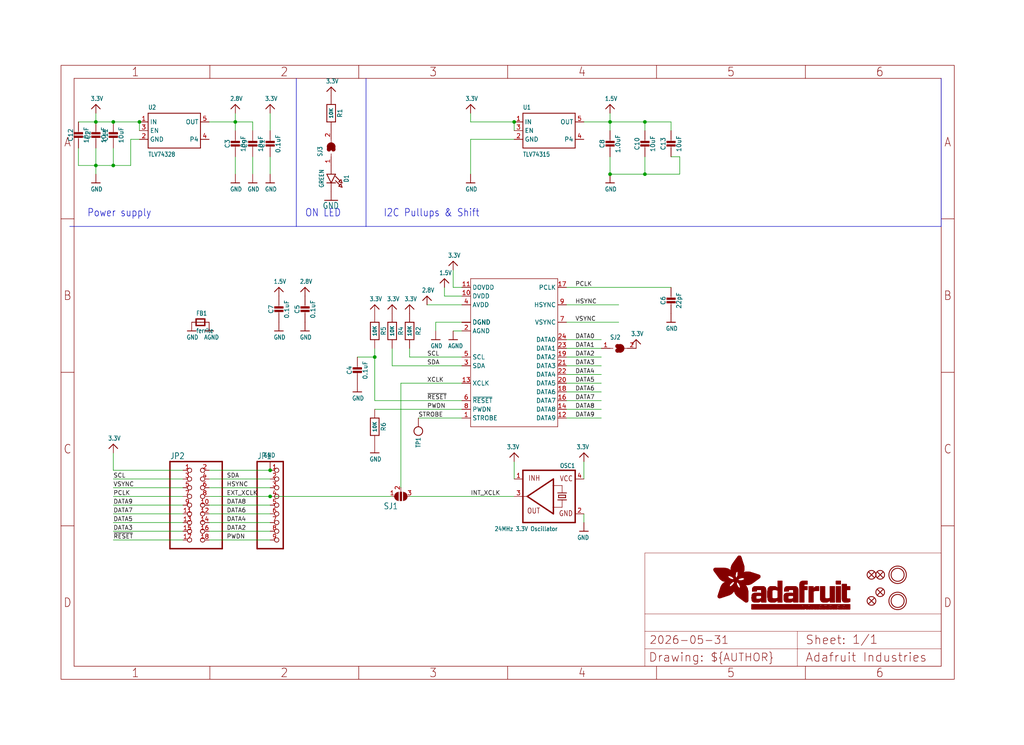
<source format=kicad_sch>
(kicad_sch (version 20230121) (generator eeschema)
  (paper "User" 298.45 217.322)
  (lib_symbols
    (symbol "working-eagle-import:1.5V" (power)
      (property "Value" "1.5V" (at -1.524 1.016 0))
      (symbol "1.5V_1_0"
        (pin power_in line (at 0 -2.54 90) (length 2.54) (name "1.5V") (number "1"))
      )
    )
    (symbol "working-eagle-import:2.8V" (power)
      (property "Value" "2.8V" (at -1.524 1.016 0))
      (symbol "2.8V_1_0"
        (pin power_in line (at 0 -2.54 90) (length 2.54) (name "2.8V") (number "1"))
      )
    )
    (symbol "working-eagle-import:3.3V" (power)
      (property "Value" "3.3V" (at -1.524 1.016 0))
      (symbol "3.3V_1_0"
        (pin power_in line (at 0 -2.54 90) (length 2.54) (name "3.3V") (number "1"))
      )
    )
    (symbol "working-eagle-import:AGND" (power)
      (property "Value" "AGND" (at -1.524 -2.54 0))
      (symbol "AGND_1_0"
        (pin power_in line (at 0 2.54 270) (length 2.54) (name "AGND") (number "1"))
      )
    )
    (symbol "working-eagle-import:CAMERA_OV2640"
      (symbol "CAMERA_OV2640_1_0"
        (pin input line (at -15.24 -17.78 0) (length 2.54) (name "STROBE") (number "1"))
        (pin power_in line (at -15.24 17.78 0) (length 2.54) (name "DVDD") (number "10"))
        (pin power_in line (at -15.24 20.32 0) (length 2.54) (name "DOVDD") (number "11"))
        (pin output line (at 15.24 -17.78 180) (length 2.54) (name "DATA9") (number "12"))
        (pin input line (at -15.24 -7.62 0) (length 2.54) (name "XCLK") (number "13"))
        (pin output line (at 15.24 -15.24 180) (length 2.54) (name "DATA8") (number "14"))
        (pin power_in line (at -15.24 10.16 0) (length 2.54) (name "DGND") (number "15"))
        (pin output line (at 15.24 -12.7 180) (length 2.54) (name "DATA7") (number "16"))
        (pin output line (at 15.24 20.32 180) (length 2.54) (name "PCLK") (number "17"))
        (pin output line (at 15.24 -10.16 180) (length 2.54) (name "DATA6") (number "18"))
        (pin output line (at 15.24 0 180) (length 2.54) (name "DATA2") (number "19"))
        (pin power_in line (at -15.24 7.62 0) (length 2.54) (name "AGND") (number "2"))
        (pin output line (at 15.24 -7.62 180) (length 2.54) (name "DATA5") (number "20"))
        (pin output line (at 15.24 -2.54 180) (length 2.54) (name "DATA3") (number "21"))
        (pin output line (at 15.24 -5.08 180) (length 2.54) (name "DATA4") (number "22"))
        (pin output line (at 15.24 2.54 180) (length 2.54) (name "DATA1") (number "23"))
        (pin output line (at 15.24 5.08 180) (length 2.54) (name "DATA0") (number "24"))
        (pin bidirectional line (at -15.24 -2.54 0) (length 2.54) (name "SDA") (number "3"))
        (pin power_in line (at -15.24 15.24 0) (length 2.54) (name "AVDD") (number "4"))
        (pin bidirectional line (at -15.24 0 0) (length 2.54) (name "SCL") (number "5"))
        (pin input line (at -15.24 -12.7 0) (length 2.54) (name "~{RESET}") (number "6"))
        (pin output line (at 15.24 10.16 180) (length 2.54) (name "VSYNC") (number "7"))
        (pin input line (at -15.24 -15.24 0) (length 2.54) (name "PWDN") (number "8"))
        (pin output line (at 15.24 15.24 180) (length 2.54) (name "HSYNC") (number "9"))
        (pin power_in line (at -15.24 10.16 0) (length 2.54) (name "DGND") (number "SPRT1"))
        (pin power_in line (at -15.24 10.16 0) (length 2.54) (name "DGND") (number "SPRT2"))
      )
    )
    (symbol "working-eagle-import:CAP_CERAMIC0603_NO"
      (property "Reference" "C" (at -2.29 1.25 90))
      (symbol "CAP_CERAMIC0603_NO_1_0"
        (pin passive line (at 0 5.08 270) (length 2.54) (name "1") (number "1"))
        (pin passive line (at 0 -2.54 90) (length 2.54) (name "2") (number "2"))
      )
    )
    (symbol "working-eagle-import:CAP_CERAMIC0805-NOOUTLINE"
      (property "Reference" "C" (at -2.29 1.25 90))
      (symbol "CAP_CERAMIC0805-NOOUTLINE_1_0"
        (pin passive line (at 0 5.08 270) (length 2.54) (name "1") (number "1"))
        (pin passive line (at 0 -2.54 90) (length 2.54) (name "2") (number "2"))
      )
    )
    (symbol "working-eagle-import:FERRITE-0603NO"
      (property "Reference" "FB" (at -1.27 1.905 0))
      (symbol "FERRITE-0603NO_1_0"
        (pin passive line (at -2.54 0 0) (length 2.54) (name "P$1") (number "1"))
        (pin passive line (at 2.54 0 180) (length 2.54) (name "P$2") (number "2"))
      )
    )
    (symbol "working-eagle-import:FIDUCIAL_1MM")
    (symbol "working-eagle-import:FRAME_A4_ADAFRUIT"
      (symbol "FRAME_A4_ADAFRUIT_1_0"
        (text "${#}/${##}" (at 230.505 10.16 0) (effects (font (size 2.54 2.54)) (justify left bottom)))
        (text "${AUTHOR}" (at 189.23 5.08 0) (effects (font (size 2.286 2.286)) (justify left bottom)))
        (text "${CURRENT_DATE}" (at 171.45 10.16 0) (effects (font (size 2.286 2.286)) (justify left bottom)))
        (text "${PROJECTNAME}" (at 171.45 15.24 0) (effects (font (size 2.54 2.54)) (justify left bottom)))
        (text "1" (at 21.6958 1.905 0) (effects (font (size 2.54 2.286))))
        (text "1" (at 21.6958 177.165 0) (effects (font (size 2.54 2.286))))
        (text "2" (at 65.0875 1.905 0) (effects (font (size 2.54 2.286))))
        (text "2" (at 65.0875 177.165 0) (effects (font (size 2.54 2.286))))
        (text "3" (at 108.4792 1.905 0) (effects (font (size 2.54 2.286))))
        (text "3" (at 108.4792 177.165 0) (effects (font (size 2.54 2.286))))
        (text "4" (at 151.8708 1.905 0) (effects (font (size 2.54 2.286))))
        (text "4" (at 151.8708 177.165 0) (effects (font (size 2.54 2.286))))
        (text "5" (at 195.2625 1.905 0) (effects (font (size 2.54 2.286))))
        (text "5" (at 195.2625 177.165 0) (effects (font (size 2.54 2.286))))
        (text "6" (at 238.6542 1.905 0) (effects (font (size 2.54 2.286))))
        (text "6" (at 238.6542 177.165 0) (effects (font (size 2.54 2.286))))
        (text "A" (at 1.905 156.6863 0) (effects (font (size 2.54 2.286))))
        (text "A" (at 258.445 156.6863 0) (effects (font (size 2.54 2.286))))
        (text "Adafruit Industries" (at 216.916 4.953 0) (effects (font (size 2.54 2.54)) (justify left bottom)))
        (text "B" (at 1.905 111.9188 0) (effects (font (size 2.54 2.286))))
        (text "B" (at 258.445 111.9188 0) (effects (font (size 2.54 2.286))))
        (text "C" (at 1.905 67.1513 0) (effects (font (size 2.54 2.286))))
        (text "C" (at 258.445 67.1513 0) (effects (font (size 2.54 2.286))))
        (text "D" (at 1.905 22.3838 0) (effects (font (size 2.54 2.286))))
        (text "D" (at 258.445 22.3838 0) (effects (font (size 2.54 2.286))))
        (text "Drawing:" (at 171.196 4.953 0) (effects (font (size 2.54 2.54)) (justify left bottom)))
        (text "Sheet:" (at 216.916 10.033 0) (effects (font (size 2.54 2.54)) (justify left bottom)))
      )
    )
    (symbol "working-eagle-import:GND" (power)
      (property "Value" "GND" (at -1.524 -2.54 0))
      (symbol "GND_1_0"
        (pin power_in line (at 0 2.54 270) (length 2.54) (name "GND") (number "1"))
      )
    )
    (symbol "working-eagle-import:HEADER-1X970MIL"
      (property "Reference" "JP" (at -6.35 13.335 0))
      (symbol "HEADER-1X970MIL_1_0"
        (pin passive inverted (at -2.54 10.16 0) (length 2.54) (name "1") (number "1"))
        (pin passive inverted (at -2.54 7.62 0) (length 2.54) (name "2") (number "2"))
        (pin passive inverted (at -2.54 5.08 0) (length 2.54) (name "3") (number "3"))
        (pin passive inverted (at -2.54 2.54 0) (length 2.54) (name "4") (number "4"))
        (pin passive inverted (at -2.54 0 0) (length 2.54) (name "5") (number "5"))
        (pin passive inverted (at -2.54 -2.54 0) (length 2.54) (name "6") (number "6"))
        (pin passive inverted (at -2.54 -5.08 0) (length 2.54) (name "7") (number "7"))
        (pin passive inverted (at -2.54 -7.62 0) (length 2.54) (name "8") (number "8"))
        (pin passive inverted (at -2.54 -10.16 0) (length 2.54) (name "9") (number "9"))
      )
    )
    (symbol "working-eagle-import:LED0603_NOOUTLINE"
      (property "Reference" "D" (at -1.27 4.445 0))
      (symbol "LED0603_NOOUTLINE_1_0"
        (pin passive line (at -5.08 0 0) (length 2.54) (name "A") (number "A"))
        (pin passive line (at 2.54 0 180) (length 2.54) (name "C") (number "C"))
      )
    )
    (symbol "working-eagle-import:MOUNTINGHOLE3.0THIN")
    (symbol "working-eagle-import:OSCILLATOR3.2X2.5"
      (property "Reference" "OSC" (at -7.62 8.255 0))
      (symbol "OSCILLATOR3.2X2.5_1_0"
        (text "GND" (at -6.985 -5.842 0) (effects (font (size 1.524 1.2954)) (justify left bottom)))
        (text "INH" (at 2.54 4.445 0) (effects (font (size 1.524 1.2954)) (justify left bottom)))
        (text "OUT" (at 2.54 -5.08 0) (effects (font (size 1.524 1.2954)) (justify left bottom)))
        (text "VCC" (at -6.985 4.318 0) (effects (font (size 1.524 1.2954)) (justify left bottom)))
        (pin bidirectional line (at 10.16 5.08 180) (length 2.54) (name "INH") (number "1"))
        (pin power_in line (at -10.16 -5.08 0) (length 2.54) (name "GND") (number "2"))
        (pin output line (at 10.16 0 180) (length 2.54) (name "OUT") (number "3"))
        (pin power_in line (at -10.16 5.08 0) (length 2.54) (name "VCC") (number "4"))
      )
    )
    (symbol "working-eagle-import:PINHD-2X9-BIG"
      (property "Reference" "JP" (at -6.35 13.335 0))
      (symbol "PINHD-2X9-BIG_1_0"
        (pin passive inverted (at -2.54 10.16 0) (length 2.54) (name "1") (number "1"))
        (pin passive inverted (at 5.08 0 180) (length 2.54) (name "10") (number "10"))
        (pin passive inverted (at -2.54 -2.54 0) (length 2.54) (name "11") (number "11"))
        (pin passive inverted (at 5.08 -2.54 180) (length 2.54) (name "12") (number "12"))
        (pin passive inverted (at -2.54 -5.08 0) (length 2.54) (name "13") (number "13"))
        (pin passive inverted (at 5.08 -5.08 180) (length 2.54) (name "14") (number "14"))
        (pin passive inverted (at -2.54 -7.62 0) (length 2.54) (name "15") (number "15"))
        (pin passive inverted (at 5.08 -7.62 180) (length 2.54) (name "16") (number "16"))
        (pin passive inverted (at -2.54 -10.16 0) (length 2.54) (name "17") (number "17"))
        (pin passive inverted (at 5.08 -10.16 180) (length 2.54) (name "18") (number "18"))
        (pin passive inverted (at 5.08 10.16 180) (length 2.54) (name "2") (number "2"))
        (pin passive inverted (at -2.54 7.62 0) (length 2.54) (name "3") (number "3"))
        (pin passive inverted (at 5.08 7.62 180) (length 2.54) (name "4") (number "4"))
        (pin passive inverted (at -2.54 5.08 0) (length 2.54) (name "5") (number "5"))
        (pin passive inverted (at 5.08 5.08 180) (length 2.54) (name "6") (number "6"))
        (pin passive inverted (at -2.54 2.54 0) (length 2.54) (name "7") (number "7"))
        (pin passive inverted (at 5.08 2.54 180) (length 2.54) (name "8") (number "8"))
        (pin passive inverted (at -2.54 0 0) (length 2.54) (name "9") (number "9"))
      )
    )
    (symbol "working-eagle-import:RESISTOR_0603_NOOUT"
      (property "Reference" "R" (at 0 2.54 0))
      (symbol "RESISTOR_0603_NOOUT_1_0"
        (pin passive line (at -5.08 0 0) (length 2.54) (name "1") (number "1"))
        (pin passive line (at 5.08 0 180) (length 2.54) (name "2") (number "2"))
      )
    )
    (symbol "working-eagle-import:SOLDERJUMPER"
      (property "Reference" "SJ" (at -2.54 2.54 0))
      (symbol "SOLDERJUMPER_1_0"
        (pin passive line (at -5.08 0 0) (length 2.54) (name "1") (number "1"))
        (pin passive line (at 5.08 0 180) (length 2.54) (name "2") (number "2"))
      )
    )
    (symbol "working-eagle-import:SOLDERJUMPERCLOSED"
      (property "Reference" "SJ" (at -2.54 2.54 0))
      (symbol "SOLDERJUMPERCLOSED_1_0"
        (pin passive line (at -5.08 0 0) (length 2.54) (name "1") (number "1"))
        (pin passive line (at 5.08 0 180) (length 2.54) (name "2") (number "2"))
      )
    )
    (symbol "working-eagle-import:SOLDERJUMPER_2WAY"
      (property "Reference" "SJ" (at -5.08 -3.81 0))
      (symbol "SOLDERJUMPER_2WAY_1_0"
        (pin passive line (at -2.54 0 0) (length 0) (name "1") (number "1"))
        (pin passive line (at 0 2.54 270) (length 0) (name "2") (number "2"))
        (pin passive line (at 2.54 0 180) (length 0) (name "3") (number "3"))
      )
    )
    (symbol "working-eagle-import:TESTPOINTROUND1.5MM"
      (property "Reference" "TP" (at 0 5.588 90))
      (symbol "TESTPOINTROUND1.5MM_1_0"
        (pin bidirectional line (at 0 0 90) (length 2.54) (name "P$1") (number "P$1"))
      )
    )
    (symbol "working-eagle-import:VREG_SOT23-5"
      (property "Reference" "U" (at -7.62 6.096 0))
      (symbol "VREG_SOT23-5_1_0"
        (pin power_in line (at -10.16 2.54 0) (length 2.54) (name "IN") (number "1"))
        (pin power_in line (at -10.16 -2.54 0) (length 2.54) (name "GND") (number "2"))
        (pin input line (at -10.16 0 0) (length 2.54) (name "EN") (number "3"))
        (pin bidirectional line (at 10.16 -2.54 180) (length 2.54) (name "P4") (number "4"))
        (pin power_in line (at 10.16 2.54 180) (length 2.54) (name "OUT") (number "5"))
      )
    )
    (symbol "working-eagle-import:adafruit_power_3.3V" (power)
      (property "Value" "adafruit_power_3.3V" (at -1.524 1.016 0))
      (symbol "adafruit_power_3.3V_1_0"
        (pin power_in line (at 0 -2.54 90) (length 2.54) (name "3.3V") (number "1"))
      )
    )
    (symbol "working-eagle-import:supply1_GND" (power)
      (property "Value" "supply1_GND" (at -2.54 -2.54 0))
      (symbol "supply1_GND_1_0"
        (pin power_in line (at 0 2.54 270) (length 2.54) (name "GND") (number "1"))
      )
    )
  )
  (junction (at 177.8 35.56))
  (junction (at 109.22 104.14))
  (junction (at 68.58 35.56))
  (junction (at 27.94 48.26))
  (junction (at 177.8 50.8))
  (junction (at 40.64 35.56))
  (junction (at 78.74 144.78))
  (junction (at 33.02 48.26))
  (junction (at 27.94 35.56))
  (junction (at 149.86 35.56))
  (junction (at 187.96 50.8))
  (junction (at 187.96 35.56))
  (junction (at 33.02 35.56))
  (junction (at 78.74 137.16))
  (wire (pts (xy 78.74 45.72) (xy 78.74 50.8)) (stroke (width 0.1524)))
  (wire (pts (xy 68.58 45.72) (xy 68.58 50.8)) (stroke (width 0.1524)))
  (polyline (pts (xy 106.68 66.04) (xy 274.32 66.04)) (stroke (width 0.1524) (type solid)))
  (wire (pts (xy 177.8 45.72) (xy 177.8 50.8)) (stroke (width 0.1524)))
  (wire (pts (xy 170.18 149.86) (xy 170.18 152.4)) (stroke (width 0.1524)))
  (wire (pts (xy 134.62 104.14) (xy 119.38 104.14)) (stroke (width 0.1524)))
  (wire (pts (xy 60.96 157.48) (xy 78.74 157.48)) (stroke (width 0.1524)))
  (polyline (pts (xy 106.68 22.86) (xy 106.68 66.04)) (stroke (width 0.1524) (type solid)))
  (wire (pts (xy 73.66 50.8) (xy 73.66 45.72)) (stroke (width 0.1524)))
  (wire (pts (xy 187.96 50.8) (xy 198.12 50.8)) (stroke (width 0.1524)))
  (wire (pts (xy 137.16 40.64) (xy 137.16 50.8)) (stroke (width 0.1524)))
  (wire (pts (xy 78.74 144.78) (xy 114.3 144.78)) (stroke (width 0.1524)))
  (wire (pts (xy 134.62 119.38) (xy 109.22 119.38)) (stroke (width 0.1524)))
  (wire (pts (xy 33.02 157.48) (xy 53.34 157.48)) (stroke (width 0.1524)))
  (wire (pts (xy 177.8 50.8) (xy 187.96 50.8)) (stroke (width 0.1524)))
  (wire (pts (xy 53.34 142.24) (xy 33.02 142.24)) (stroke (width 0.1524)))
  (wire (pts (xy 109.22 116.84) (xy 109.22 104.14)) (stroke (width 0.1524)))
  (wire (pts (xy 134.62 83.82) (xy 132.08 83.82)) (stroke (width 0.1524)))
  (wire (pts (xy 132.08 96.52) (xy 134.62 96.52)) (stroke (width 0.1524)))
  (wire (pts (xy 187.96 35.56) (xy 177.8 35.56)) (stroke (width 0.1524)))
  (wire (pts (xy 175.26 119.38) (xy 165.1 119.38)) (stroke (width 0.1524)))
  (polyline (pts (xy 274.32 22.86) (xy 274.32 66.04)) (stroke (width 0.1524) (type solid)))
  (polyline (pts (xy 86.36 66.04) (xy 106.68 66.04)) (stroke (width 0.1524) (type solid)))
  (wire (pts (xy 60.96 147.32) (xy 78.74 147.32)) (stroke (width 0.1524)))
  (wire (pts (xy 198.12 45.72) (xy 195.58 45.72)) (stroke (width 0.1524)))
  (wire (pts (xy 40.64 40.64) (xy 38.1 40.64)) (stroke (width 0.1524)))
  (wire (pts (xy 68.58 35.56) (xy 68.58 33.02)) (stroke (width 0.1524)))
  (wire (pts (xy 33.02 48.26) (xy 27.94 48.26)) (stroke (width 0.1524)))
  (polyline (pts (xy 86.36 22.86) (xy 86.36 66.04)) (stroke (width 0.1524) (type solid)))
  (wire (pts (xy 60.96 154.94) (xy 78.74 154.94)) (stroke (width 0.1524)))
  (wire (pts (xy 175.26 111.76) (xy 165.1 111.76)) (stroke (width 0.1524)))
  (wire (pts (xy 170.18 139.7) (xy 170.18 134.62)) (stroke (width 0.1524)))
  (wire (pts (xy 104.14 104.14) (xy 109.22 104.14)) (stroke (width 0.1524)))
  (wire (pts (xy 53.34 144.78) (xy 33.02 144.78)) (stroke (width 0.1524)))
  (wire (pts (xy 53.34 149.86) (xy 33.02 149.86)) (stroke (width 0.1524)))
  (wire (pts (xy 27.94 48.26) (xy 27.94 50.8)) (stroke (width 0.1524)))
  (wire (pts (xy 60.96 149.86) (xy 78.74 149.86)) (stroke (width 0.1524)))
  (polyline (pts (xy 20.32 66.04) (xy 86.36 66.04)) (stroke (width 0.1524) (type solid)))
  (wire (pts (xy 177.8 35.56) (xy 177.8 38.1)) (stroke (width 0.1524)))
  (wire (pts (xy 129.54 86.36) (xy 129.54 83.82)) (stroke (width 0.1524)))
  (wire (pts (xy 33.02 137.16) (xy 33.02 132.08)) (stroke (width 0.1524)))
  (wire (pts (xy 53.34 137.16) (xy 33.02 137.16)) (stroke (width 0.1524)))
  (wire (pts (xy 60.96 142.24) (xy 78.74 142.24)) (stroke (width 0.1524)))
  (wire (pts (xy 119.38 104.14) (xy 119.38 101.6)) (stroke (width 0.1524)))
  (wire (pts (xy 27.94 48.26) (xy 27.94 43.18)) (stroke (width 0.1524)))
  (wire (pts (xy 68.58 35.56) (xy 68.58 38.1)) (stroke (width 0.1524)))
  (wire (pts (xy 165.1 93.98) (xy 180.34 93.98)) (stroke (width 0.1524)))
  (wire (pts (xy 109.22 104.14) (xy 109.22 101.6)) (stroke (width 0.1524)))
  (wire (pts (xy 132.08 83.82) (xy 132.08 78.74)) (stroke (width 0.1524)))
  (wire (pts (xy 78.74 33.02) (xy 78.74 38.1)) (stroke (width 0.1524)))
  (wire (pts (xy 149.86 134.62) (xy 149.86 139.7)) (stroke (width 0.1524)))
  (wire (pts (xy 165.1 104.14) (xy 175.26 104.14)) (stroke (width 0.1524)))
  (wire (pts (xy 27.94 48.26) (xy 22.86 48.26)) (stroke (width 0.1524)))
  (wire (pts (xy 175.26 114.3) (xy 165.1 114.3)) (stroke (width 0.1524)))
  (wire (pts (xy 33.02 147.32) (xy 53.34 147.32)) (stroke (width 0.1524)))
  (wire (pts (xy 175.26 101.6) (xy 165.1 101.6)) (stroke (width 0.1524)))
  (wire (pts (xy 33.02 35.56) (xy 27.94 35.56)) (stroke (width 0.1524)))
  (wire (pts (xy 33.02 152.4) (xy 53.34 152.4)) (stroke (width 0.1524)))
  (wire (pts (xy 134.62 111.76) (xy 116.84 111.76)) (stroke (width 0.1524)))
  (wire (pts (xy 78.74 152.4) (xy 60.96 152.4)) (stroke (width 0.1524)))
  (wire (pts (xy 149.86 35.56) (xy 137.16 35.56)) (stroke (width 0.1524)))
  (wire (pts (xy 195.58 38.1) (xy 195.58 35.56)) (stroke (width 0.1524)))
  (wire (pts (xy 134.62 116.84) (xy 109.22 116.84)) (stroke (width 0.1524)))
  (wire (pts (xy 60.96 35.56) (xy 68.58 35.56)) (stroke (width 0.1524)))
  (wire (pts (xy 165.1 109.22) (xy 175.26 109.22)) (stroke (width 0.1524)))
  (wire (pts (xy 134.62 106.68) (xy 114.3 106.68)) (stroke (width 0.1524)))
  (wire (pts (xy 165.1 99.06) (xy 175.26 99.06)) (stroke (width 0.1524)))
  (wire (pts (xy 114.3 106.68) (xy 114.3 101.6)) (stroke (width 0.1524)))
  (wire (pts (xy 165.1 88.9) (xy 180.34 88.9)) (stroke (width 0.1524)))
  (wire (pts (xy 175.26 116.84) (xy 165.1 116.84)) (stroke (width 0.1524)))
  (wire (pts (xy 27.94 33.02) (xy 27.94 35.56)) (stroke (width 0.1524)))
  (wire (pts (xy 60.96 137.16) (xy 78.74 137.16)) (stroke (width 0.1524)))
  (wire (pts (xy 187.96 50.8) (xy 187.96 45.72)) (stroke (width 0.1524)))
  (wire (pts (xy 198.12 50.8) (xy 198.12 45.72)) (stroke (width 0.1524)))
  (wire (pts (xy 38.1 40.64) (xy 38.1 48.26)) (stroke (width 0.1524)))
  (wire (pts (xy 187.96 38.1) (xy 187.96 35.56)) (stroke (width 0.1524)))
  (wire (pts (xy 40.64 35.56) (xy 33.02 35.56)) (stroke (width 0.1524)))
  (wire (pts (xy 60.96 139.7) (xy 78.74 139.7)) (stroke (width 0.1524)))
  (wire (pts (xy 175.26 121.92) (xy 165.1 121.92)) (stroke (width 0.1524)))
  (wire (pts (xy 177.8 35.56) (xy 177.8 33.02)) (stroke (width 0.1524)))
  (wire (pts (xy 127 93.98) (xy 127 96.52)) (stroke (width 0.1524)))
  (wire (pts (xy 134.62 86.36) (xy 129.54 86.36)) (stroke (width 0.1524)))
  (wire (pts (xy 73.66 35.56) (xy 68.58 35.56)) (stroke (width 0.1524)))
  (wire (pts (xy 53.34 139.7) (xy 33.02 139.7)) (stroke (width 0.1524)))
  (wire (pts (xy 137.16 33.02) (xy 137.16 35.56)) (stroke (width 0.1524)))
  (wire (pts (xy 134.62 88.9) (xy 124.46 88.9)) (stroke (width 0.1524)))
  (wire (pts (xy 33.02 43.18) (xy 33.02 48.26)) (stroke (width 0.1524)))
  (wire (pts (xy 38.1 48.26) (xy 33.02 48.26)) (stroke (width 0.1524)))
  (wire (pts (xy 73.66 38.1) (xy 73.66 35.56)) (stroke (width 0.1524)))
  (wire (pts (xy 149.86 38.1) (xy 149.86 35.56)) (stroke (width 0.1524)))
  (wire (pts (xy 170.18 35.56) (xy 177.8 35.56)) (stroke (width 0.1524)))
  (wire (pts (xy 175.26 106.68) (xy 165.1 106.68)) (stroke (width 0.1524)))
  (wire (pts (xy 149.86 40.64) (xy 137.16 40.64)) (stroke (width 0.1524)))
  (wire (pts (xy 53.34 154.94) (xy 33.02 154.94)) (stroke (width 0.1524)))
  (wire (pts (xy 134.62 121.92) (xy 121.92 121.92)) (stroke (width 0.1524)))
  (wire (pts (xy 195.58 35.56) (xy 187.96 35.56)) (stroke (width 0.1524)))
  (wire (pts (xy 40.64 38.1) (xy 40.64 35.56)) (stroke (width 0.1524)))
  (wire (pts (xy 116.84 111.76) (xy 116.84 142.24)) (stroke (width 0.1524)))
  (wire (pts (xy 149.86 144.78) (xy 119.38 144.78)) (stroke (width 0.1524)))
  (wire (pts (xy 60.96 144.78) (xy 78.74 144.78)) (stroke (width 0.1524)))
  (wire (pts (xy 134.62 93.98) (xy 127 93.98)) (stroke (width 0.1524)))
  (wire (pts (xy 27.94 35.56) (xy 22.86 35.56)) (stroke (width 0.1524)))
  (wire (pts (xy 165.1 83.82) (xy 195.58 83.82)) (stroke (width 0.1524)))
  (wire (pts (xy 22.86 48.26) (xy 22.86 43.18)) (stroke (width 0.1524)))
  (text "ON LED" (at 88.9 63.5 0) (effects (font (size 2.1844 1.8567)) (justify left bottom)))
  (text "Power supply" (at 25.4 63.5 0) (effects (font (size 2.1844 1.8567)) (justify left bottom)))
  (text "I2C Pullups & Shift" (at 111.76 63.5 0) (effects (font (size 2.1844 1.8567)) (justify left bottom)))
  (label "HSYNC" (at 66.04 142.24 0) (effects (font (size 1.2446 1.2446))))
  (label "HSYNC" (at 167.64 88.9 0) (effects (font (size 1.2446 1.2446))))
  (label "DATA4" (at 66.04 152.4 0) (effects (font (size 1.2446 1.2446))))
  (label "INT_XCLK" (at 137.16 144.78 0) (effects (font (size 1.2446 1.2446))))
  (label "DATA5" (at 33.02 152.4 0) (effects (font (size 1.2446 1.2446))))
  (label "DATA9" (at 33.02 147.32 0) (effects (font (size 1.2446 1.2446))))
  (label "DATA3" (at 167.64 106.68 0) (effects (font (size 1.2446 1.2446))))
  (label "DATA6" (at 167.64 114.3 0) (effects (font (size 1.2446 1.2446))))
  (label "DATA8" (at 66.04 147.32 0) (effects (font (size 1.2446 1.2446))))
  (label "DATA0" (at 167.64 99.06 0) (effects (font (size 1.2446 1.2446))))
  (label "~{RESET}" (at 33.02 157.48 0) (effects (font (size 1.2446 1.2446))))
  (label "DATA4" (at 167.64 109.22 0) (effects (font (size 1.2446 1.2446))))
  (label "SDA" (at 66.04 139.7 0) (effects (font (size 1.2446 1.2446))))
  (label "VSYNC" (at 33.02 142.24 0) (effects (font (size 1.2446 1.2446))))
  (label "DATA3" (at 33.02 154.94 0) (effects (font (size 1.2446 1.2446))))
  (label "PCLK" (at 33.02 144.78 0) (effects (font (size 1.2446 1.2446))))
  (label "STROBE" (at 121.92 121.92 0) (effects (font (size 1.2446 1.2446))))
  (label "SCL" (at 33.02 139.7 0) (effects (font (size 1.2446 1.2446))))
  (label "DATA5" (at 167.64 111.76 0) (effects (font (size 1.2446 1.2446))))
  (label "SCL" (at 124.46 104.14 0) (effects (font (size 1.2446 1.2446))))
  (label "DATA9" (at 167.64 121.92 0) (effects (font (size 1.2446 1.2446))))
  (label "PWDN" (at 124.46 119.38 0) (effects (font (size 1.2446 1.2446))))
  (label "DATA2" (at 66.04 154.94 0) (effects (font (size 1.2446 1.2446))))
  (label "XCLK" (at 124.46 111.76 0) (effects (font (size 1.2446 1.2446))))
  (label "DATA7" (at 167.64 116.84 0) (effects (font (size 1.2446 1.2446))))
  (label "DATA1" (at 167.64 101.6 0) (effects (font (size 1.2446 1.2446))))
  (label "DATA2" (at 167.64 104.14 0) (effects (font (size 1.2446 1.2446))))
  (label "DATA8" (at 167.64 119.38 0) (effects (font (size 1.2446 1.2446))))
  (label "SDA" (at 124.46 106.68 0) (effects (font (size 1.2446 1.2446))))
  (label "PCLK" (at 167.64 83.82 0) (effects (font (size 1.2446 1.2446))))
  (label "DATA6" (at 66.04 149.86 0) (effects (font (size 1.2446 1.2446))))
  (label "~{RESET}" (at 124.46 116.84 0) (effects (font (size 1.2446 1.2446))))
  (label "EXT_XCLK" (at 66.04 144.78 0) (effects (font (size 1.2446 1.2446))))
  (label "VSYNC" (at 167.64 93.98 0) (effects (font (size 1.2446 1.2446))))
  (label "DATA7" (at 33.02 149.86 0) (effects (font (size 1.2446 1.2446))))
  (label "PWDN" (at 66.04 157.48 0) (effects (font (size 1.2446 1.2446))))
  (symbol (lib_id "working-eagle-import:AGND") (at 132.08 99.06 0) (unit 1)
    (property "Reference" "#U$10" (effects hide))
    (property "Value" "AGND" (at 130.556 101.6 0) (effects (font (size 1.27 1.0795)) (justify left bottom)))
  )
  (symbol (lib_id "working-eagle-import:CAP_CERAMIC0805-NOOUTLINE") (at 195.58 43.18 0) (unit 1)
    (property "Reference" "C13" (at 193.29 41.93 90))
    (property "Value" "10uF" (at 197.88 41.93 90))
    (property "Footprint" "working:0805-NO" (effects hide))
  )
  (symbol (lib_id "working-eagle-import:1.5V") (at 81.28 83.82 0) (unit 1)
    (property "Reference" "#U$34" (effects hide))
    (property "Value" "1.5V" (at 79.756 82.804 0) (effects (font (size 1.27 1.0795)) (justify left bottom)))
  )
  (symbol (lib_id "working-eagle-import:GND") (at 137.16 53.34 0) (unit 1)
    (property "Reference" "#U$7" (effects hide))
    (property "Value" "GND" (at 135.636 55.88 0) (effects (font (size 1.27 1.0795)) (justify left bottom)))
  )
  (symbol (lib_id "working-eagle-import:GND") (at 68.58 53.34 0) (unit 1)
    (property "Reference" "#U$5" (effects hide))
    (property "Value" "GND" (at 67.056 55.88 0) (effects (font (size 1.27 1.0795)) (justify left bottom)))
  )
  (symbol (lib_id "working-eagle-import:GND") (at 81.28 96.52 0) (unit 1)
    (property "Reference" "#U$35" (effects hide))
    (property "Value" "GND" (at 79.756 99.06 0) (effects (font (size 1.27 1.0795)) (justify left bottom)))
  )
  (symbol (lib_id "working-eagle-import:FIDUCIAL_1MM") (at 254 167.64 0) (unit 1)
    (property "Reference" "FID4" (effects hide))
    (property "Value" "FIDUCIAL_1MM" (effects hide))
    (property "Footprint" "working:FIDUCIAL_1MM" (effects hide))
  )
  (symbol (lib_id "working-eagle-import:2.8V") (at 68.58 30.48 0) (unit 1)
    (property "Reference" "#U$15" (effects hide))
    (property "Value" "2.8V" (at 67.056 29.464 0) (effects (font (size 1.27 1.0795)) (justify left bottom)))
  )
  (symbol (lib_id "working-eagle-import:2.8V") (at 88.9 83.82 0) (unit 1)
    (property "Reference" "#U$29" (effects hide))
    (property "Value" "2.8V" (at 87.376 82.804 0) (effects (font (size 1.27 1.0795)) (justify left bottom)))
  )
  (symbol (lib_id "working-eagle-import:VREG_SOT23-5") (at 160.02 38.1 0) (unit 1)
    (property "Reference" "U1" (at 152.4 32.004 0) (effects (font (size 1.27 1.0795)) (justify left bottom)))
    (property "Value" "TLV74315" (at 152.4 45.72 0) (effects (font (size 1.27 1.0795)) (justify left bottom)))
    (property "Footprint" "working:SOT23-5" (effects hide))
    (property "JLC_ROTATION" "0" (effects hide))
  )
  (symbol (lib_id "working-eagle-import:CAP_CERAMIC0805-NOOUTLINE") (at 22.86 40.64 0) (unit 1)
    (property "Reference" "C12" (at 20.57 39.39 90))
    (property "Value" "10uF" (at 25.16 39.39 90))
    (property "Footprint" "working:0805-NO" (effects hide))
  )
  (symbol (lib_id "working-eagle-import:CAP_CERAMIC0805-NOOUTLINE") (at 27.94 40.64 0) (unit 1)
    (property "Reference" "C2" (at 25.65 39.39 90))
    (property "Value" "10uF" (at 30.24 39.39 90))
    (property "Footprint" "working:0805-NO" (effects hide))
  )
  (symbol (lib_id "working-eagle-import:PINHD-2X9-BIG") (at 55.88 147.32 0) (unit 1)
    (property "Reference" "JP2" (at 49.53 133.985 0) (effects (font (size 1.778 1.5113)) (justify left bottom)))
    (property "Value" "PINHD-2X9-BIG" (effects hide))
    (property "Footprint" "working:2X09-BIG" (effects hide))
  )
  (symbol (lib_id "working-eagle-import:FRAME_A4_ADAFRUIT") (at 17.78 198.12 0) (unit 1)
    (property "Reference" "#U$18" (effects hide))
    (property "Value" "FRAME_A4_ADAFRUIT" (effects hide))
  )
  (symbol (lib_id "working-eagle-import:RESISTOR_0603_NOOUT") (at 109.22 124.46 270) (unit 1)
    (property "Reference" "R6" (at 111.76 124.46 0))
    (property "Value" "10K" (at 109.22 124.46 0) (effects (font (size 1.016 1.016) bold)))
    (property "Footprint" "working:0603-NO" (effects hide))
  )
  (symbol (lib_id "working-eagle-import:adafruit_power_3.3V") (at 109.22 88.9 0) (unit 1)
    (property "Reference" "#U$12" (effects hide))
    (property "Value" "3.3V" (at 107.696 87.884 0) (effects (font (size 1.27 1.0795)) (justify left bottom)))
  )
  (symbol (lib_id "working-eagle-import:VREG_SOT23-5") (at 50.8 38.1 0) (unit 1)
    (property "Reference" "U2" (at 43.18 32.004 0) (effects (font (size 1.27 1.0795)) (justify left bottom)))
    (property "Value" "TLV74328" (at 43.18 45.72 0) (effects (font (size 1.27 1.0795)) (justify left bottom)))
    (property "Footprint" "working:SOT23-5" (effects hide))
    (property "JLC_ROTATION" "0" (effects hide))
  )
  (symbol (lib_id "working-eagle-import:adafruit_power_3.3V") (at 185.42 99.06 0) (unit 1)
    (property "Reference" "#U$24" (effects hide))
    (property "Value" "3.3V" (at 183.896 98.044 0) (effects (font (size 1.27 1.0795)) (justify left bottom)))
  )
  (symbol (lib_id "working-eagle-import:GND") (at 27.94 53.34 0) (unit 1)
    (property "Reference" "#U$13" (effects hide))
    (property "Value" "GND" (at 26.416 55.88 0) (effects (font (size 1.27 1.0795)) (justify left bottom)))
  )
  (symbol (lib_id "working-eagle-import:OSCILLATOR3.2X2.5") (at 160.02 144.78 0) (mirror y) (unit 1)
    (property "Reference" "OSC1" (at 167.64 136.525 0) (effects (font (size 1.27 1.0795)) (justify left bottom)))
    (property "Value" "24MHz 3.3V Oscillator" (at 162.56 154.94 0) (effects (font (size 1.27 1.0795)) (justify left bottom)))
    (property "Footprint" "working:OSC_3.2X2.5MM" (effects hide))
  )
  (symbol (lib_id "working-eagle-import:GND") (at 73.66 53.34 0) (unit 1)
    (property "Reference" "#U$26" (effects hide))
    (property "Value" "GND" (at 72.136 55.88 0) (effects (font (size 1.27 1.0795)) (justify left bottom)))
  )
  (symbol (lib_id "working-eagle-import:3.3V") (at 149.86 132.08 0) (mirror y) (unit 1)
    (property "Reference" "#U$11" (effects hide))
    (property "Value" "3.3V" (at 151.384 131.064 0) (effects (font (size 1.27 1.0795)) (justify left bottom)))
  )
  (symbol (lib_id "working-eagle-import:adafruit_power_3.3V") (at 27.94 30.48 0) (unit 1)
    (property "Reference" "#U$40" (effects hide))
    (property "Value" "3.3V" (at 26.416 29.464 0) (effects (font (size 1.27 1.0795)) (justify left bottom)))
  )
  (symbol (lib_id "working-eagle-import:adafruit_power_3.3V") (at 78.74 30.48 0) (unit 1)
    (property "Reference" "#U$14" (effects hide))
    (property "Value" "3.3V" (at 77.216 29.464 0) (effects (font (size 1.27 1.0795)) (justify left bottom)))
  )
  (symbol (lib_id "working-eagle-import:SOLDERJUMPER_2WAY") (at 116.84 144.78 0) (unit 1)
    (property "Reference" "SJ1" (at 111.76 148.59 0) (effects (font (size 1.778 1.5113)) (justify left bottom)))
    (property "Value" "SOLDERJUMPER_2WAY" (effects hide))
    (property "Footprint" "working:SOLDERJUMPER_2WAY_OPEN_NOPASTE" (effects hide))
  )
  (symbol (lib_id "working-eagle-import:TESTPOINTROUND1.5MM") (at 121.92 121.92 180) (unit 1)
    (property "Reference" "TP1" (at 121.92 127.508 90) (effects (font (size 1.27 1.0795)) (justify left)))
    (property "Value" "TESTPOINTROUND1.5MM" (effects hide))
    (property "Footprint" "working:TESTPOINT_ROUND_1.5MM" (effects hide))
  )
  (symbol (lib_id "working-eagle-import:FIDUCIAL_1MM") (at 254 175.26 0) (unit 1)
    (property "Reference" "FID3" (effects hide))
    (property "Value" "FIDUCIAL_1MM" (effects hide))
    (property "Footprint" "working:FIDUCIAL_1MM" (effects hide))
  )
  (symbol (lib_id "working-eagle-import:CAP_CERAMIC0603_NO") (at 88.9 91.44 0) (unit 1)
    (property "Reference" "C5" (at 86.61 90.19 90))
    (property "Value" "0.1uF" (at 91.2 90.19 90))
    (property "Footprint" "working:0603-NO" (effects hide))
  )
  (symbol (lib_id "working-eagle-import:CAP_CERAMIC0603_NO") (at 195.58 88.9 0) (unit 1)
    (property "Reference" "C6" (at 193.29 87.65 90))
    (property "Value" "22pF" (at 197.88 87.65 90))
    (property "Footprint" "working:0603-NO" (effects hide))
  )
  (symbol (lib_id "working-eagle-import:SOLDERJUMPERCLOSED") (at 96.52 43.18 90) (unit 1)
    (property "Reference" "SJ3" (at 93.98 45.72 0) (effects (font (size 1.27 1.0795)) (justify left bottom)))
    (property "Value" "SOLDERJUMPERCLOSED" (effects hide))
    (property "Footprint" "working:SOLDERJUMPER_CLOSEDWIRE" (effects hide))
  )
  (symbol (lib_id "working-eagle-import:FIDUCIAL_1MM") (at 256.54 172.72 0) (unit 1)
    (property "Reference" "FID2" (effects hide))
    (property "Value" "FIDUCIAL_1MM" (effects hide))
    (property "Footprint" "working:FIDUCIAL_1MM" (effects hide))
  )
  (symbol (lib_id "working-eagle-import:2.8V") (at 124.46 86.36 0) (unit 1)
    (property "Reference" "#U$28" (effects hide))
    (property "Value" "2.8V" (at 122.936 85.344 0) (effects (font (size 1.27 1.0795)) (justify left bottom)))
  )
  (symbol (lib_id "working-eagle-import:GND") (at 55.88 96.52 0) (unit 1)
    (property "Reference" "#U$41" (effects hide))
    (property "Value" "GND" (at 54.356 99.06 0) (effects (font (size 1.27 1.0795)) (justify left bottom)))
  )
  (symbol (lib_id "working-eagle-import:adafruit_power_3.3V") (at 33.02 129.54 0) (unit 1)
    (property "Reference" "#U$2" (effects hide))
    (property "Value" "3.3V" (at 31.496 128.524 0) (effects (font (size 1.27 1.0795)) (justify left bottom)))
  )
  (symbol (lib_id "working-eagle-import:FERRITE-0603NO") (at 58.42 93.98 0) (unit 1)
    (property "Reference" "FB1" (at 57.15 92.075 0) (effects (font (size 1.27 1.0795)) (justify left bottom)))
    (property "Value" "ferrite" (at 57.15 97.155 0) (effects (font (size 1.27 1.0795)) (justify left bottom)))
    (property "Footprint" "working:0603-NO" (effects hide))
  )
  (symbol (lib_id "working-eagle-import:MOUNTINGHOLE3.0THIN") (at 261.62 167.64 0) (unit 1)
    (property "Reference" "U$17" (effects hide))
    (property "Value" "MOUNTINGHOLE3.0THIN" (effects hide))
    (property "Footprint" "working:MOUNTINGHOLE_3.0_PLATEDTHIN" (effects hide))
  )
  (symbol (lib_id "working-eagle-import:LED0603_NOOUTLINE") (at 96.52 53.34 270) (unit 1)
    (property "Reference" "D1" (at 100.965 52.07 0) (effects (font (size 1.27 1.0795))))
    (property "Value" "GREEN" (at 93.726 52.07 0) (effects (font (size 1.27 1.0795))))
    (property "Footprint" "working:CHIPLED_0603_NOOUTLINE" (effects hide))
  )
  (symbol (lib_id "working-eagle-import:RESISTOR_0603_NOOUT") (at 96.52 33.02 270) (unit 1)
    (property "Reference" "R1" (at 99.06 33.02 0))
    (property "Value" "10K" (at 96.52 33.02 0) (effects (font (size 1.016 1.016) bold)))
    (property "Footprint" "working:0603-NO" (effects hide))
  )
  (symbol (lib_id "working-eagle-import:CAP_CERAMIC0805-NOOUTLINE") (at 187.96 43.18 0) (unit 1)
    (property "Reference" "C10" (at 185.67 41.93 90))
    (property "Value" "10uF" (at 190.26 41.93 90))
    (property "Footprint" "working:0805-NO" (effects hide))
  )
  (symbol (lib_id "working-eagle-import:CAP_CERAMIC0603_NO") (at 78.74 43.18 0) (unit 1)
    (property "Reference" "C1" (at 76.45 41.93 90))
    (property "Value" "0.1uF" (at 81.04 41.93 90))
    (property "Footprint" "working:0603-NO" (effects hide))
  )
  (symbol (lib_id "working-eagle-import:CAP_CERAMIC0603_NO") (at 104.14 109.22 0) (unit 1)
    (property "Reference" "C4" (at 101.85 107.97 90))
    (property "Value" "0.1uF" (at 106.44 107.97 90))
    (property "Footprint" "working:0603-NO" (effects hide))
  )
  (symbol (lib_id "working-eagle-import:FIDUCIAL_1MM") (at 256.54 167.64 0) (unit 1)
    (property "Reference" "FID1" (effects hide))
    (property "Value" "FIDUCIAL_1MM" (effects hide))
    (property "Footprint" "working:FIDUCIAL_1MM" (effects hide))
  )
  (symbol (lib_id "working-eagle-import:supply1_GND") (at 96.52 58.42 0) (unit 1)
    (property "Reference" "#GND6" (effects hide))
    (property "Value" "GND" (at 93.98 60.96 0) (effects (font (size 1.778 1.5113)) (justify left bottom)))
  )
  (symbol (lib_id "working-eagle-import:CAMERA_OV2640") (at 149.86 104.14 0) (unit 1)
    (property "Reference" "X1" (effects hide))
    (property "Value" "CAMERA_OV2640" (effects hide))
    (property "Footprint" "working:OV2640FSL" (effects hide))
  )
  (symbol (lib_id "working-eagle-import:GND") (at 88.9 96.52 0) (unit 1)
    (property "Reference" "#U$30" (effects hide))
    (property "Value" "GND" (at 87.376 99.06 0) (effects (font (size 1.27 1.0795)) (justify left bottom)))
  )
  (symbol (lib_id "working-eagle-import:adafruit_power_3.3V") (at 114.3 88.9 0) (unit 1)
    (property "Reference" "#U$8" (effects hide))
    (property "Value" "3.3V" (at 112.776 87.884 0) (effects (font (size 1.27 1.0795)) (justify left bottom)))
  )
  (symbol (lib_id "working-eagle-import:CAP_CERAMIC0805-NOOUTLINE") (at 33.02 40.64 0) (unit 1)
    (property "Reference" "C11" (at 30.73 39.39 90))
    (property "Value" "10uF" (at 35.32 39.39 90))
    (property "Footprint" "working:0805-NO" (effects hide))
  )
  (symbol (lib_id "working-eagle-import:CAP_CERAMIC0805-NOOUTLINE") (at 68.58 43.18 0) (unit 1)
    (property "Reference" "C3" (at 66.29 41.93 90))
    (property "Value" "10uF" (at 70.88 41.93 90))
    (property "Footprint" "working:0805-NO" (effects hide))
  )
  (symbol (lib_id "working-eagle-import:CAP_CERAMIC0805-NOOUTLINE") (at 73.66 43.18 0) (unit 1)
    (property "Reference" "C9" (at 71.37 41.93 90))
    (property "Value" "10uF" (at 75.96 41.93 90))
    (property "Footprint" "working:0805-NO" (effects hide))
  )
  (symbol (lib_id "working-eagle-import:RESISTOR_0603_NOOUT") (at 119.38 96.52 270) (unit 1)
    (property "Reference" "R2" (at 121.92 96.52 0))
    (property "Value" "10K" (at 119.38 96.52 0) (effects (font (size 1.016 1.016) bold)))
    (property "Footprint" "working:0603-NO" (effects hide))
  )
  (symbol (lib_id "working-eagle-import:SOLDERJUMPER") (at 180.34 101.6 0) (unit 1)
    (property "Reference" "SJ2" (at 177.8 99.06 0) (effects (font (size 1.27 1.0795)) (justify left bottom)))
    (property "Value" "SOLDERJUMPER" (effects hide))
    (property "Footprint" "working:SOLDERJUMPER_ARROW_NOPASTE" (effects hide))
  )
  (symbol (lib_id "working-eagle-import:CAP_CERAMIC0603_NO") (at 177.8 43.18 0) (unit 1)
    (property "Reference" "C8" (at 175.51 41.93 90))
    (property "Value" "1.0uF" (at 180.1 41.93 90))
    (property "Footprint" "working:0603-NO" (effects hide))
  )
  (symbol (lib_id "working-eagle-import:RESISTOR_0603_NOOUT") (at 114.3 96.52 270) (unit 1)
    (property "Reference" "R4" (at 116.84 96.52 0))
    (property "Value" "10K" (at 114.3 96.52 0) (effects (font (size 1.016 1.016) bold)))
    (property "Footprint" "working:0603-NO" (effects hide))
  )
  (symbol (lib_id "working-eagle-import:CAP_CERAMIC0603_NO") (at 81.28 91.44 0) (unit 1)
    (property "Reference" "C7" (at 78.99 90.19 90))
    (property "Value" "0.1uF" (at 83.58 90.19 90))
    (property "Footprint" "working:0603-NO" (effects hide))
  )
  (symbol (lib_id "working-eagle-import:GND") (at 177.8 53.34 0) (unit 1)
    (property "Reference" "#U$19" (effects hide))
    (property "Value" "GND" (at 176.276 55.88 0) (effects (font (size 1.27 1.0795)) (justify left bottom)))
  )
  (symbol (lib_id "working-eagle-import:GND") (at 78.74 53.34 0) (unit 1)
    (property "Reference" "#U$6" (effects hide))
    (property "Value" "GND" (at 77.216 55.88 0) (effects (font (size 1.27 1.0795)) (justify left bottom)))
  )
  (symbol (lib_id "working-eagle-import:1.5V") (at 177.8 30.48 0) (unit 1)
    (property "Reference" "#U$23" (effects hide))
    (property "Value" "1.5V" (at 176.276 29.464 0) (effects (font (size 1.27 1.0795)) (justify left bottom)))
  )
  (symbol (lib_id "working-eagle-import:RESISTOR_0603_NOOUT") (at 109.22 96.52 270) (unit 1)
    (property "Reference" "R5" (at 111.76 96.52 0))
    (property "Value" "10K" (at 109.22 96.52 0) (effects (font (size 1.016 1.016) bold)))
    (property "Footprint" "working:0603-NO" (effects hide))
  )
  (symbol (lib_id "working-eagle-import:GND") (at 104.14 114.3 0) (unit 1)
    (property "Reference" "#U$27" (effects hide))
    (property "Value" "GND" (at 102.616 116.84 0) (effects (font (size 1.27 1.0795)) (justify left bottom)))
  )
  (symbol (lib_id "working-eagle-import:GND") (at 170.18 154.94 0) (mirror y) (unit 1)
    (property "Reference" "#U$38" (effects hide))
    (property "Value" "GND" (at 171.704 157.48 0) (effects (font (size 1.27 1.0795)) (justify left bottom)))
  )
  (symbol (lib_id "working-eagle-import:3.3V") (at 170.18 132.08 0) (mirror y) (unit 1)
    (property "Reference" "#U$36" (effects hide))
    (property "Value" "3.3V" (at 171.704 131.064 0) (effects (font (size 1.27 1.0795)) (justify left bottom)))
  )
  (symbol (lib_id "working-eagle-import:GND") (at 109.22 132.08 0) (unit 1)
    (property "Reference" "#U$20" (effects hide))
    (property "Value" "GND" (at 107.696 134.62 0) (effects (font (size 1.27 1.0795)) (justify left bottom)))
  )
  (symbol (lib_id "working-eagle-import:adafruit_power_3.3V") (at 119.38 88.9 0) (unit 1)
    (property "Reference" "#U$9" (effects hide))
    (property "Value" "3.3V" (at 117.856 87.884 0) (effects (font (size 1.27 1.0795)) (justify left bottom)))
  )
  (symbol (lib_id "working-eagle-import:adafruit_power_3.3V") (at 137.16 30.48 0) (unit 1)
    (property "Reference" "#U$21" (effects hide))
    (property "Value" "3.3V" (at 135.636 29.464 0) (effects (font (size 1.27 1.0795)) (justify left bottom)))
  )
  (symbol (lib_id "working-eagle-import:adafruit_power_3.3V") (at 96.52 25.4 0) (unit 1)
    (property "Reference" "#U$3" (effects hide))
    (property "Value" "3.3V" (at 94.996 24.384 0) (effects (font (size 1.27 1.0795)) (justify left bottom)))
  )
  (symbol (lib_id "working-eagle-import:GND") (at 78.74 134.62 180) (unit 1)
    (property "Reference" "#U$4" (effects hide))
    (property "Value" "GND" (at 80.264 132.08 0) (effects (font (size 1.27 1.0795)) (justify left bottom)))
  )
  (symbol (lib_id "working-eagle-import:AGND") (at 60.96 96.52 0) (unit 1)
    (property "Reference" "#U$42" (effects hide))
    (property "Value" "AGND" (at 59.436 99.06 0) (effects (font (size 1.27 1.0795)) (justify left bottom)))
  )
  (symbol (lib_id "working-eagle-import:GND") (at 127 99.06 0) (unit 1)
    (property "Reference" "#U$16" (effects hide))
    (property "Value" "GND" (at 125.476 101.6 0) (effects (font (size 1.27 1.0795)) (justify left bottom)))
  )
  (symbol (lib_id "working-eagle-import:1.5V") (at 129.54 81.28 0) (unit 1)
    (property "Reference" "#U$33" (effects hide))
    (property "Value" "1.5V" (at 128.016 80.264 0) (effects (font (size 1.27 1.0795)) (justify left bottom)))
  )
  (symbol (lib_id "working-eagle-import:adafruit_power_3.3V") (at 132.08 76.2 0) (unit 1)
    (property "Reference" "#U$31" (effects hide))
    (property "Value" "3.3V" (at 130.556 75.184 0) (effects (font (size 1.27 1.0795)) (justify left bottom)))
  )
  (symbol (lib_id "working-eagle-import:GND") (at 195.58 93.98 0) (unit 1)
    (property "Reference" "#U$32" (effects hide))
    (property "Value" "GND" (at 194.056 96.52 0) (effects (font (size 1.27 1.0795)) (justify left bottom)))
  )
  (symbol (lib_id "working-eagle-import:HEADER-1X970MIL") (at 81.28 147.32 0) (unit 1)
    (property "Reference" "JP1" (at 74.93 133.985 0) (effects (font (size 1.778 1.5113)) (justify left bottom)))
    (property "Value" "HEADER-1X970MIL" (effects hide))
    (property "Footprint" "working:1X09_ROUND_70" (effects hide))
  )
  (symbol (lib_id "working-eagle-import:MOUNTINGHOLE3.0THIN") (at 261.62 175.26 0) (unit 1)
    (property "Reference" "U$1" (effects hide))
    (property "Value" "MOUNTINGHOLE3.0THIN" (effects hide))
    (property "Footprint" "working:MOUNTINGHOLE_3.0_PLATEDTHIN" (effects hide))
  )
)
</source>
